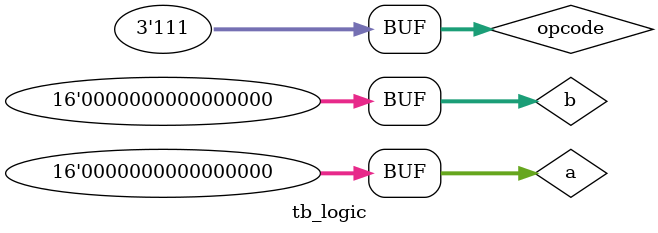
<source format=v>
module logic(a,b,opcode,outlu,za,zb,eq,gt,lt);
input [15:0] a;
input [15:0] b;
input [2:0] opcode;
output [31:0] outlu;
output za, zb,eq,gt,lt;

reg [31:0] outlu;
reg za,zb,eq,gt,lt;

always@(a,b,opcode)
begin
	case(opcode)
	3'b000: outlu = {16'h0000, (a & b)};
	3'b001: outlu = {16'h0000, (a | b)};
	3'b010: outlu = {16'h0000, (~(a | b))};
	3'b100: outlu = {16'h0000, (~ a)};
	3'b101: outlu = {16'h0000, (~ b)};
	3'b110: outlu = {16'h0000, (a ^ b)};
	3'b111: outlu = {16'h0000, (~(a ^ b))};
	default outlu = 32'h00000000;
	endcase
end

always@(a,b)
begin
	if( a == b) begin
	eq = 1;
	end
	else begin
	eq = 0;
	end

	if ( a > b) begin
	gt = 1;
	end
	else begin
	gt = 0;
	end

	if ( a < b) begin
	lt = 1;
	end
	else begin
	lt = 0;
	end
	
	if( a == 16'h0000) begin
	za = 1;
	end
	else begin
	za = 0;
	end
	
	if (b == 16'h0000) begin
	zb = 1;
	end
	else begin
	zb = 0;
	end
end
endmodule

////////////////////////////////////////////////////////////////
//	Test bench for the logic unit			///////
///////////////////////////////////////////////////////////////

module tb_logic();
reg [15:0] a;
reg [15:0] b;
reg [2:0] opcode;
wire [31:0] outlu;
wire za, zb,eq,gt,lt;

// Instantiation of the module

logic l1 (.a(a), .b(b), .opcode(opcode), .outlu(outlu), .za(za), .zb(zb), .eq(eq), .gt(gt), .lt(lt));

// Initialization

initial
begin
	a = 16'h0000;
	b = 16'h0000;
	opcode = 3'b000;
end

// Stimulus must be writte in such a way that we test all the cases for input conditions.
initial
begin
	// When A>B test all the conditions
	#10 a = 16'h0009;
	b <= 16'h0005;
	# 5 opcode = 3'b001;
	# 5 opcode = 3'b010;
	# 5 opcode = 3'b011;
	# 5 opcode = 3'b100;
	# 5 opcode = 3'b101;
	# 5 opcode = 3'b110;
	# 5 opcode = 3'b111;

	// When A<B test all the cases
	#10 a = 16'h0003;
	b = 16'h000F;
	# 5 opcode = 3'b001;
	# 5 opcode = 3'b010;
	# 5 opcode = 3'b011;
	# 5 opcode = 3'b100;
	# 5 opcode = 3'b101;
	# 5 opcode = 3'b110;
	# 5 opcode = 3'b111;
	
	// When A=B test all the conditions
	#10 a = 16'h00E9;
	b = 16'h00E9;
	# 5 opcode = 3'b001;
	# 5 opcode = 3'b010;
	# 5 opcode = 3'b011;
	# 5 opcode = 3'b100;
	# 5 opcode = 3'b101;
	# 5 opcode = 3'b110;
	# 5 opcode = 3'b111;

	// Test ZA
	#10 a <= 16'h0000;

	// Test ZB
	#10 b <= 16'h0000;
end
endmodule

</source>
